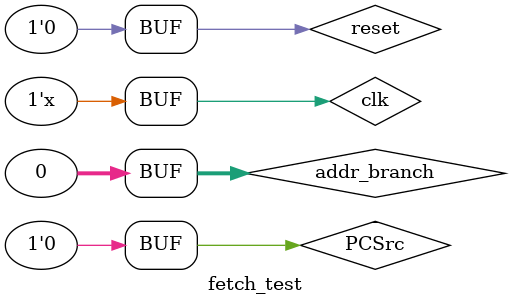
<source format=v>
`timescale 1ns / 1ps


module fetch_test;

	// Inputs
	reg clk;
	reg reset;
	reg PCSrc;
	reg [31:0] addr_branch;

	// Outputs
	wire hit_out;
	wire [31:0] addr_out;
	wire [31:0] instruction_out;

	// Instantiate the Unit Under Test (UUT)
	fetch uut (
		.clk(clk), 
		.reset(reset), 
		.PCSrc(PCSrc), 
		.addr_branch(addr_branch), 
		.hit_out(hit_out), 
		.addr_out(addr_out), 
		.instruction_out(instruction_out)
	);

	initial begin
		// Initialize Inputs
		clk = 0;
		reset = 0;
		PCSrc = 0;
		addr_branch = 0;

		// Wait 100 ns for global reset to finish
		#100;
        
		// Add stimulus here

	end
	
	always
	begin
		#5;
		clk = ~clk;
	end
      
endmodule


</source>
